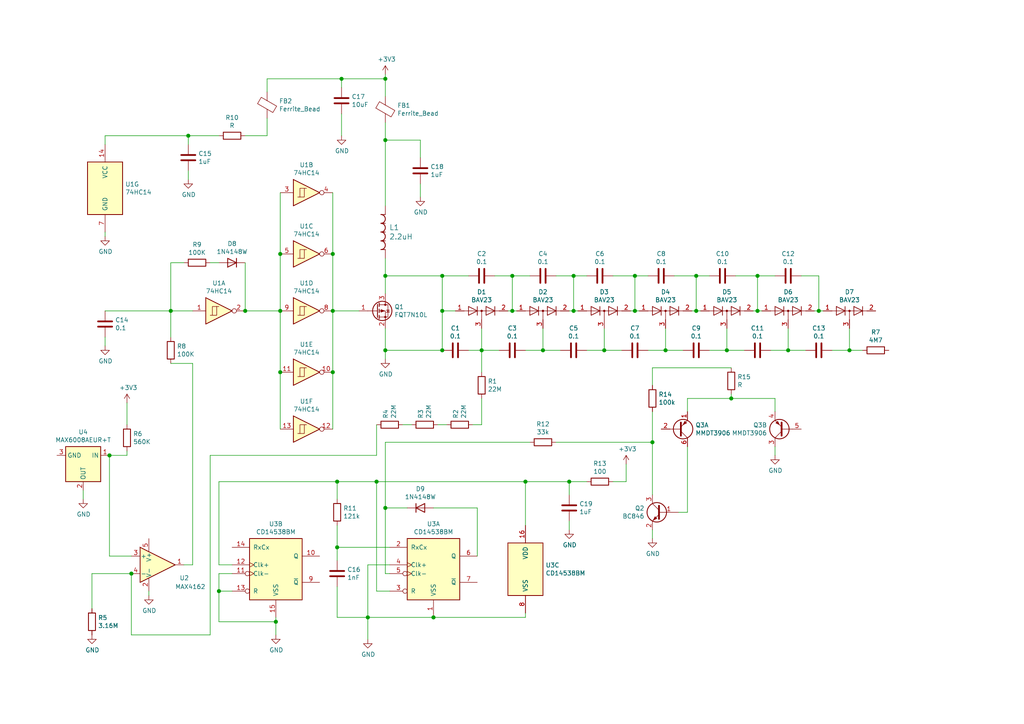
<source format=kicad_sch>
(kicad_sch (version 20201015) (generator eeschema)
  (paper "A4")
  (title_block (title "OpenRover") (date "2021-01-10") (rev "1") (company "SafeCast"))
  (lib_symbols
    (symbol "2021-01-06_02-33-04:NRS6020T2R2NMGJ" (pin_numbers hide) (pin_names (offset 1.651) hide)
      (property "Reference" "L" (at 6.985 5.08 0))
      (property "Value" "NRS6020T2R2NMGJ" (at 6.985 -5.715 0))
      (symbol "NRS6020T2R2NMGJ_1_1"
        (arc (start 5.08 1.27) (end 7.62 1.27) (radius (at 6.35 1.27) (length 1.27) (angles 0 180)) (stroke (width 0.254)))
        (arc (start 2.54 1.27) (end 5.08 1.27) (radius (at 3.81 1.27) (length 1.27) (angles 0 180)) (stroke (width 0.254)))
        (arc (start 7.62 1.27) (end 10.16 1.27) (radius (at 8.89 1.27) (length 1.27) (angles 0 180)) (stroke (width 0.254)))
        (arc (start 10.16 1.27) (end 12.7 1.27) (radius (at 11.43 1.27) (length 1.27) (angles 0 180)) (stroke (width 0.254)))
        (polyline (pts (xy 5.08 0) (xy 5.08 1.27)) (stroke (width 0.2032)))
        (polyline (pts (xy 7.62 0) (xy 7.62 1.27)) (stroke (width 0.2032)))
        (polyline (pts (xy 12.7 0) (xy 12.7 1.27)) (stroke (width 0.2032)))
        (polyline (pts (xy 2.54 0) (xy 2.54 1.27)) (stroke (width 0.2032)))
        (polyline (pts (xy 10.16 0) (xy 10.16 1.27)) (stroke (width 0.2032)))
        (pin unspecified line (at 0 0 0) (length 2.54) (name "2") (number "2"))
        (pin unspecified line (at 15.24 0 180) (length 2.54) (name "1") (number "1"))
      )
    )
    (symbol "4xxx:4538" (pin_names (offset 1.016))
      (property "Reference" "U" (at -7.62 8.89 0))
      (property "Value" "4538" (at -7.62 -11.43 0))
      (symbol "4538_1_0"
        (pin power_in line (at 0 -15.24 90) (length 5.08) (name "VSS") (number "1"))
        (pin input line (at -12.7 5.08 0) (length 5.08) (name "RxCx") (number "2"))
        (pin input inverted (at -12.7 -7.62 0) (length 5.08) (name "R") (number "3"))
        (pin input clock (at -12.7 0 0) (length 5.08) (name "Clk+") (number "4"))
        (pin input inverted_clock (at -12.7 -2.54 0) (length 5.08) (name "Clk-") (number "5"))
        (pin output line (at 12.7 2.54 180) (length 5.08) (name "Q") (number "6"))
        (pin output line (at 12.7 -5.08 180) (length 5.08) (name "~Q") (number "7"))
      )
      (symbol "4538_1_1"
        (rectangle (start -7.62 7.62) (end 7.62 -10.16) (stroke (width 0.254)) (fill (type background)))
      )
      (symbol "4538_2_0"
        (pin output line (at 12.7 2.54 180) (length 5.08) (name "Q") (number "10"))
        (pin input inverted_clock (at -12.7 -2.54 0) (length 5.08) (name "Clk-") (number "11"))
        (pin input clock (at -12.7 0 0) (length 5.08) (name "Clk+") (number "12"))
        (pin input inverted (at -12.7 -7.62 0) (length 5.08) (name "R") (number "13"))
        (pin input line (at -12.7 5.08 0) (length 5.08) (name "RxCx") (number "14"))
        (pin power_in line (at 0 -15.24 90) (length 5.08) (name "VSS") (number "15"))
        (pin output line (at 12.7 -5.08 180) (length 5.08) (name "~Q") (number "9"))
      )
      (symbol "4538_2_1"
        (rectangle (start -7.62 7.62) (end 7.62 -10.16) (stroke (width 0.254)) (fill (type background)))
      )
      (symbol "4538_3_0"
        (pin power_in line (at 0 12.7 270) (length 5.08) (name "VDD") (number "16"))
        (pin power_in line (at 0 -12.7 90) (length 5.08) (name "VSS") (number "8"))
      )
      (symbol "4538_3_1"
        (rectangle (start -5.08 7.62) (end 5.08 -7.62) (stroke (width 0.254)) (fill (type background)))
      )
    )
    (symbol "74xx:74HC14" (pin_names (offset 1.016))
      (property "Reference" "U" (at 0 1.27 0))
      (property "Value" "74HC14" (at 0 -1.27 0))
      (symbol "74HC14_1_0"
        (polyline (pts (xy -3.81 3.81) (xy -3.81 -3.81) (xy 3.81 0) (xy -3.81 3.81)) (stroke (width 0.254)) (fill (type background)))
        (pin input line (at -7.62 0 0) (length 3.81) (name "~") (number "1"))
        (pin output inverted (at 7.62 0 180) (length 3.81) (name "~") (number "2"))
      )
      (symbol "74HC14_1_1"
        (polyline (pts (xy -1.905 -1.27) (xy -1.905 1.27) (xy -0.635 1.27)))
        (polyline (pts (xy -2.54 -1.27) (xy -0.635 -1.27) (xy -0.635 1.27) (xy 0 1.27)))
      )
      (symbol "74HC14_2_0"
        (polyline (pts (xy -3.81 3.81) (xy -3.81 -3.81) (xy 3.81 0) (xy -3.81 3.81)) (stroke (width 0.254)) (fill (type background)))
        (pin input line (at -7.62 0 0) (length 3.81) (name "~") (number "3"))
        (pin output inverted (at 7.62 0 180) (length 3.81) (name "~") (number "4"))
      )
      (symbol "74HC14_2_1"
        (polyline (pts (xy -1.905 -1.27) (xy -1.905 1.27) (xy -0.635 1.27)))
        (polyline (pts (xy -2.54 -1.27) (xy -0.635 -1.27) (xy -0.635 1.27) (xy 0 1.27)))
      )
      (symbol "74HC14_3_0"
        (polyline (pts (xy -3.81 3.81) (xy -3.81 -3.81) (xy 3.81 0) (xy -3.81 3.81)) (stroke (width 0.254)) (fill (type background)))
        (pin input line (at -7.62 0 0) (length 3.81) (name "~") (number "5"))
        (pin output inverted (at 7.62 0 180) (length 3.81) (name "~") (number "6"))
      )
      (symbol "74HC14_3_1"
        (polyline (pts (xy -1.905 -1.27) (xy -1.905 1.27) (xy -0.635 1.27)))
        (polyline (pts (xy -2.54 -1.27) (xy -0.635 -1.27) (xy -0.635 1.27) (xy 0 1.27)))
      )
      (symbol "74HC14_4_0"
        (polyline (pts (xy -3.81 3.81) (xy -3.81 -3.81) (xy 3.81 0) (xy -3.81 3.81)) (stroke (width 0.254)) (fill (type background)))
        (pin output inverted (at 7.62 0 180) (length 3.81) (name "~") (number "8"))
        (pin input line (at -7.62 0 0) (length 3.81) (name "~") (number "9"))
      )
      (symbol "74HC14_4_1"
        (polyline (pts (xy -1.905 -1.27) (xy -1.905 1.27) (xy -0.635 1.27)))
        (polyline (pts (xy -2.54 -1.27) (xy -0.635 -1.27) (xy -0.635 1.27) (xy 0 1.27)))
      )
      (symbol "74HC14_5_0"
        (polyline (pts (xy -3.81 3.81) (xy -3.81 -3.81) (xy 3.81 0) (xy -3.81 3.81)) (stroke (width 0.254)) (fill (type background)))
        (pin output inverted (at 7.62 0 180) (length 3.81) (name "~") (number "10"))
        (pin input line (at -7.62 0 0) (length 3.81) (name "~") (number "11"))
      )
      (symbol "74HC14_5_1"
        (polyline (pts (xy -1.905 -1.27) (xy -1.905 1.27) (xy -0.635 1.27)))
        (polyline (pts (xy -2.54 -1.27) (xy -0.635 -1.27) (xy -0.635 1.27) (xy 0 1.27)))
      )
      (symbol "74HC14_6_0"
        (polyline (pts (xy -3.81 3.81) (xy -3.81 -3.81) (xy 3.81 0) (xy -3.81 3.81)) (stroke (width 0.254)) (fill (type background)))
        (pin output inverted (at 7.62 0 180) (length 3.81) (name "~") (number "12"))
        (pin input line (at -7.62 0 0) (length 3.81) (name "~") (number "13"))
      )
      (symbol "74HC14_6_1"
        (polyline (pts (xy -1.905 -1.27) (xy -1.905 1.27) (xy -0.635 1.27)))
        (polyline (pts (xy -2.54 -1.27) (xy -0.635 -1.27) (xy -0.635 1.27) (xy 0 1.27)))
      )
      (symbol "74HC14_7_0"
        (pin power_in line (at 0 12.7 270) (length 5.08) (name "VCC") (number "14"))
        (pin power_in line (at 0 -12.7 90) (length 5.08) (name "GND") (number "7"))
      )
      (symbol "74HC14_7_1"
        (rectangle (start -5.08 7.62) (end 5.08 -7.62) (stroke (width 0.254)) (fill (type background)))
      )
    )
    (symbol "Amplifier_Operational:TLV2371DBV" (pin_names (offset 0.127))
      (property "Reference" "U" (at -1.27 6.35 0))
      (property "Value" "TLV2371DBV" (at -1.27 3.81 0))
      (symbol "TLV2371DBV_0_1"
        (polyline (pts (xy -5.08 5.08) (xy 5.08 0) (xy -5.08 -5.08) (xy -5.08 5.08)) (stroke (width 0.254)) (fill (type background)))
        (pin power_in line (at -2.54 -7.62 90) (length 3.81) (name "V-") (number "2"))
        (pin power_in line (at -2.54 7.62 270) (length 3.81) (name "V+") (number "5"))
      )
      (symbol "TLV2371DBV_1_1"
        (pin output line (at 7.62 0 180) (length 2.54) (name "~") (number "1"))
        (pin input line (at -7.62 2.54 0) (length 2.54) (name "+") (number "3"))
        (pin input line (at -7.62 -2.54 0) (length 2.54) (name "-") (number "4"))
      )
    )
    (symbol "Device:C" (pin_numbers hide) (pin_names (offset 0.254))
      (property "Reference" "C" (at 0.635 2.54 0))
      (property "Value" "C" (at 0.635 -2.54 0))
      (symbol "C_0_1"
        (polyline (pts (xy -2.032 -0.762) (xy 2.032 -0.762)) (stroke (width 0.508)))
        (polyline (pts (xy -2.032 0.762) (xy 2.032 0.762)) (stroke (width 0.508)))
      )
      (symbol "C_1_1"
        (pin passive line (at 0 3.81 270) (length 2.794) (name "~") (number "1"))
        (pin passive line (at 0 -3.81 90) (length 2.794) (name "~") (number "2"))
      )
    )
    (symbol "Device:Ferrite_Bead" (pin_numbers hide) (pin_names (offset 0))
      (property "Reference" "FB" (at -3.81 0.635 90))
      (property "Value" "Ferrite_Bead" (at 3.81 0 90))
      (symbol "Ferrite_Bead_0_1"
        (polyline (pts (xy 0 -1.27) (xy 0 -1.2192)))
        (polyline (pts (xy 0 1.27) (xy 0 1.2954)))
        (polyline (pts (xy -2.7686 0.4064) (xy -1.7018 2.2606) (xy 2.7686 -0.3048) (xy 1.6764 -2.159) (xy -2.7686 0.4064)))
      )
      (symbol "Ferrite_Bead_1_1"
        (pin passive line (at 0 3.81 270) (length 2.54) (name "~") (number "1"))
        (pin passive line (at 0 -3.81 90) (length 2.54) (name "~") (number "2"))
      )
    )
    (symbol "Device:R" (pin_numbers hide) (pin_names (offset 0))
      (property "Reference" "R" (at 2.032 0 90))
      (property "Value" "R" (at 0 0 90))
      (symbol "R_0_1"
        (rectangle (start -1.016 -2.54) (end 1.016 2.54) (stroke (width 0.254)))
      )
      (symbol "R_1_1"
        (pin passive line (at 0 3.81 270) (length 1.27) (name "~") (number "1"))
        (pin passive line (at 0 -3.81 90) (length 1.27) (name "~") (number "2"))
      )
    )
    (symbol "Diode:1N4148W" (pin_numbers hide) (pin_names (offset 1.016) hide)
      (property "Reference" "D" (at 0 2.54 0))
      (property "Value" "1N4148W" (at 0 -2.54 0))
      (symbol "1N4148W_0_1"
        (polyline (pts (xy -1.27 1.27) (xy -1.27 -1.27)) (stroke (width 0.254)))
        (polyline (pts (xy 1.27 0) (xy -1.27 0)))
        (polyline (pts (xy 1.27 1.27) (xy 1.27 -1.27) (xy -1.27 0) (xy 1.27 1.27)) (stroke (width 0.254)))
      )
      (symbol "1N4148W_1_1"
        (pin passive line (at -3.81 0 0) (length 2.54) (name "K") (number "1"))
        (pin passive line (at 3.81 0 180) (length 2.54) (name "A") (number "2"))
      )
    )
    (symbol "Diode:BAV99" (pin_names hide)
      (property "Reference" "D" (at 0 5.08 0))
      (property "Value" "BAV99" (at 0 2.54 0))
      (symbol "BAV99_0_1"
        (polyline (pts (xy -5.08 0) (xy 5.08 0)))
      )
      (symbol "BAV99_1_1"
        (circle (center 0 0) (radius 0.254) (fill (type outline)))
        (polyline (pts (xy 0 0) (xy 0 -2.54)))
        (polyline (pts (xy -1.27 -1.27) (xy -1.27 1.27) (xy -1.27 1.27)) (stroke (width 0.2032)))
        (polyline (pts (xy 3.81 1.27) (xy 3.81 -1.27) (xy 3.81 -1.27)) (stroke (width 0.2032)))
        (polyline (pts (xy -3.81 1.27) (xy -1.27 0) (xy -3.81 -1.27) (xy -3.81 1.27) (xy -3.81 1.27) (xy -3.81 1.27)) (stroke (width 0.2032)))
        (polyline (pts (xy 1.27 1.27) (xy 3.81 0) (xy 1.27 -1.27) (xy 1.27 1.27) (xy 1.27 1.27) (xy 1.27 1.27)) (stroke (width 0.2032)))
        (pin passive line (at -7.62 0 0) (length 2.54) (name "K") (number "1"))
        (pin passive line (at 7.62 0 180) (length 2.54) (name "A") (number "2"))
        (pin passive line (at 0 -5.08 90) (length 2.54) (name "K") (number "3"))
      )
    )
    (symbol "Reference_Voltage:MAX6035xxUR30"
      (property "Reference" "U" (at 0 6.35 0))
      (property "Value" "MAX6035xxUR30" (at 2.54 -6.35 0))
      (symbol "MAX6035xxUR30_0_1"
        (rectangle (start -5.08 5.08) (end 5.08 -5.08) (stroke (width 0.254)) (fill (type background)))
      )
      (symbol "MAX6035xxUR30_1_1"
        (pin power_in line (at -2.54 7.62 270) (length 2.54) (name "IN") (number "1"))
        (pin power_out line (at 7.62 0 180) (length 2.54) (name "OUT") (number "2"))
        (pin power_in line (at -2.54 -7.62 90) (length 2.54) (name "GND") (number "3"))
      )
    )
    (symbol "Transistor_BJT:BC846" (pin_names (offset 0) hide)
      (property "Reference" "Q" (at 5.08 1.905 0))
      (property "Value" "BC846" (at 5.08 0 0))
      (symbol "BC846_0_1"
        (circle (center 1.27 0) (radius 2.8194) (stroke (width 0.254)))
        (polyline (pts (xy 0.635 0.635) (xy 2.54 2.54)))
        (polyline (pts (xy 0.635 -0.635) (xy 2.54 -2.54) (xy 2.54 -2.54)))
        (polyline (pts (xy 0.635 1.905) (xy 0.635 -1.905) (xy 0.635 -1.905)) (stroke (width 0.508)))
        (polyline (pts (xy 1.27 -1.778) (xy 1.778 -1.27) (xy 2.286 -2.286) (xy 1.27 -1.778) (xy 1.27 -1.778)) (fill (type outline)))
      )
      (symbol "BC846_1_1"
        (pin input line (at -5.08 0 0) (length 5.715) (name "B") (number "1"))
        (pin passive line (at 2.54 -5.08 90) (length 2.54) (name "E") (number "2"))
        (pin passive line (at 2.54 5.08 270) (length 2.54) (name "C") (number "3"))
      )
    )
    (symbol "Transistor_BJT:MMDT3906" (pin_names (offset 0) hide)
      (property "Reference" "Q" (at 5.08 1.27 0))
      (property "Value" "MMDT3906" (at 5.08 -1.27 0))
      (symbol "MMDT3906_0_1"
        (circle (center 1.27 0) (radius 2.8194) (stroke (width 0.254)))
        (polyline (pts (xy 0.635 0) (xy -2.54 0)))
        (polyline (pts (xy 0.635 0.635) (xy 2.54 2.54)))
        (polyline (pts (xy 0.635 -0.635) (xy 2.54 -2.54) (xy 2.54 -2.54)))
        (polyline (pts (xy 0.635 1.905) (xy 0.635 -1.905) (xy 0.635 -1.905)) (stroke (width 0.508)))
        (polyline (pts (xy 2.286 -1.778) (xy 1.778 -2.286) (xy 1.27 -1.27) (xy 2.286 -1.778) (xy 2.286 -1.778)) (fill (type outline)))
      )
      (symbol "MMDT3906_1_1"
        (pin passive line (at 2.54 -5.08 90) (length 2.54) (name "E1") (number "1"))
        (pin input line (at -5.08 0 0) (length 2.54) (name "B1") (number "2"))
        (pin passive line (at 2.54 5.08 270) (length 2.54) (name "C1") (number "6"))
      )
      (symbol "MMDT3906_2_1"
        (pin passive line (at 2.54 5.08 270) (length 2.54) (name "C2") (number "3"))
        (pin passive line (at 2.54 -5.08 90) (length 2.54) (name "E2") (number "4"))
        (pin input line (at -5.08 0 0) (length 2.54) (name "B2") (number "5"))
      )
    )
    (symbol "Transistor_FET:IRLML6402" (pin_names hide)
      (property "Reference" "Q" (at 5.08 1.905 0))
      (property "Value" "IRLML6402" (at 5.08 0 0))
      (symbol "IRLML6402_0_1"
        (circle (center 1.651 0) (radius 2.794) (stroke (width 0.254)))
        (circle (center 2.54 -1.778) (radius 0.254) (fill (type outline)))
        (circle (center 2.54 1.778) (radius 0.254) (fill (type outline)))
        (polyline (pts (xy 0.254 0) (xy -2.54 0)))
        (polyline (pts (xy 0.254 1.905) (xy 0.254 -1.905)) (stroke (width 0.254)))
        (polyline (pts (xy 0.762 -1.27) (xy 0.762 -2.286)) (stroke (width 0.254)))
        (polyline (pts (xy 0.762 0.508) (xy 0.762 -0.508)) (stroke (width 0.254)))
        (polyline (pts (xy 0.762 2.286) (xy 0.762 1.27)) (stroke (width 0.254)))
        (polyline (pts (xy 2.54 2.54) (xy 2.54 1.778)))
        (polyline (pts (xy 2.54 -2.54) (xy 2.54 0) (xy 0.762 0)))
        (polyline (pts (xy 0.762 1.778) (xy 3.302 1.778) (xy 3.302 -1.778) (xy 0.762 -1.778)))
        (polyline (pts (xy 2.286 0) (xy 1.27 0.381) (xy 1.27 -0.381) (xy 2.286 0)) (fill (type outline)))
        (polyline (pts (xy 2.794 -0.508) (xy 2.921 -0.381) (xy 3.683 -0.381) (xy 3.81 -0.254)))
        (polyline (pts (xy 3.302 -0.381) (xy 2.921 0.254) (xy 3.683 0.254) (xy 3.302 -0.381)))
      )
      (symbol "IRLML6402_1_1"
        (pin input line (at -5.08 0 0) (length 2.54) (name "G") (number "1"))
        (pin passive line (at 2.54 -5.08 90) (length 2.54) (name "S") (number "2"))
        (pin passive line (at 2.54 5.08 270) (length 2.54) (name "D") (number "3"))
      )
    )
    (symbol "power:+3.3V" (power) (pin_names (offset 0))
      (property "Value" "+3.3V" (at 0 3.556 0))
      (symbol "+3.3V_0_1"
        (polyline (pts (xy -0.762 1.27) (xy 0 2.54)))
        (polyline (pts (xy 0 0) (xy 0 2.54)))
        (polyline (pts (xy 0 2.54) (xy 0.762 1.27)))
      )
      (symbol "+3.3V_1_1"
        (pin power_in line (at 0 0 90) (length 0) hide (name "+3V3") (number "1"))
      )
    )
    (symbol "power:GND" (power) (pin_names (offset 0))
      (property "Value" "GND" (at 0 -3.81 0))
      (symbol "GND_0_1"
        (polyline (pts (xy 0 0) (xy 0 -1.27) (xy 1.27 -1.27) (xy 0 -2.54) (xy -1.27 -1.27) (xy 0 -1.27)))
      )
      (symbol "GND_1_1"
        (pin power_in line (at 0 0 270) (length 0) hide (name "GND") (number "1"))
      )
    )
  )
  (junction (at 31.75 132.08) (diameter 1.016))
  (junction (at 38.1 166.37) (diameter 1.016))
  (junction (at 49.53 90.17) (diameter 1.016))
  (junction (at 54.61 39.37) (diameter 1.016))
  (junction (at 63.5 171.45) (diameter 1.016))
  (junction (at 71.12 90.17) (diameter 1.016))
  (junction (at 80.01 180.34) (diameter 1.016))
  (junction (at 81.28 73.66) (diameter 1.016))
  (junction (at 81.28 90.17) (diameter 1.016))
  (junction (at 81.28 107.95) (diameter 1.016))
  (junction (at 96.52 73.66) (diameter 1.016))
  (junction (at 96.52 90.17) (diameter 1.016))
  (junction (at 96.52 107.95) (diameter 1.016))
  (junction (at 97.79 139.7) (diameter 1.016))
  (junction (at 97.79 158.75) (diameter 1.016))
  (junction (at 99.06 22.86) (diameter 1.016))
  (junction (at 106.68 179.07) (diameter 1.016))
  (junction (at 109.22 139.7) (diameter 1.016))
  (junction (at 111.76 22.86) (diameter 1.016))
  (junction (at 111.76 40.64) (diameter 1.016))
  (junction (at 111.76 80.01) (diameter 1.016))
  (junction (at 111.76 101.6) (diameter 1.016))
  (junction (at 111.76 147.32) (diameter 1.016))
  (junction (at 125.73 179.07) (diameter 1.016))
  (junction (at 128.27 80.01) (diameter 1.016))
  (junction (at 128.27 90.17) (diameter 1.016))
  (junction (at 128.27 101.6) (diameter 1.016))
  (junction (at 139.7 101.6) (diameter 1.016))
  (junction (at 148.59 80.01) (diameter 1.016))
  (junction (at 148.59 90.17) (diameter 1.016))
  (junction (at 152.4 139.7) (diameter 1.016))
  (junction (at 157.48 101.6) (diameter 1.016))
  (junction (at 165.1 139.7) (diameter 1.016))
  (junction (at 166.37 80.01) (diameter 1.016))
  (junction (at 166.37 90.17) (diameter 1.016))
  (junction (at 175.26 101.6) (diameter 1.016))
  (junction (at 184.15 80.01) (diameter 1.016))
  (junction (at 184.15 90.17) (diameter 1.016))
  (junction (at 189.23 128.27) (diameter 1.016))
  (junction (at 193.04 101.6) (diameter 1.016))
  (junction (at 201.93 80.01) (diameter 1.016))
  (junction (at 201.93 90.17) (diameter 1.016))
  (junction (at 210.82 101.6) (diameter 1.016))
  (junction (at 212.09 115.57) (diameter 1.016))
  (junction (at 219.71 80.01) (diameter 1.016))
  (junction (at 219.71 90.17) (diameter 1.016))
  (junction (at 228.6 101.6) (diameter 1.016))
  (junction (at 237.49 90.17) (diameter 1.016))
  (junction (at 246.38 101.6) (diameter 1.016))
  (wire (pts (xy 24.13 144.78) (xy 24.13 142.24)))
  (wire (pts (xy 26.67 166.37) (xy 26.67 176.53)))
  (wire (pts (xy 30.48 39.37) (xy 30.48 41.91)))
  (wire (pts (xy 30.48 67.31) (xy 30.48 68.58)))
  (wire (pts (xy 30.48 90.17) (xy 49.53 90.17)))
  (wire (pts (xy 30.48 97.79) (xy 30.48 100.33)))
  (wire (pts (xy 31.75 132.08) (xy 31.75 161.29)))
  (wire (pts (xy 36.83 116.84) (xy 36.83 123.19)))
  (wire (pts (xy 36.83 130.81) (xy 36.83 132.08)))
  (wire (pts (xy 36.83 132.08) (xy 31.75 132.08)))
  (wire (pts (xy 38.1 161.29) (xy 31.75 161.29)))
  (wire (pts (xy 38.1 166.37) (xy 26.67 166.37)))
  (wire (pts (xy 38.1 184.15) (xy 38.1 166.37)))
  (wire (pts (xy 43.18 172.72) (xy 43.18 171.45)))
  (wire (pts (xy 49.53 76.2) (xy 49.53 90.17)))
  (wire (pts (xy 49.53 76.2) (xy 53.34 76.2)))
  (wire (pts (xy 49.53 90.17) (xy 49.53 97.79)))
  (wire (pts (xy 49.53 90.17) (xy 55.88 90.17)))
  (wire (pts (xy 53.34 163.83) (xy 55.88 163.83)))
  (wire (pts (xy 54.61 39.37) (xy 30.48 39.37)))
  (wire (pts (xy 54.61 41.91) (xy 54.61 39.37)))
  (wire (pts (xy 54.61 52.07) (xy 54.61 49.53)))
  (wire (pts (xy 55.88 105.41) (xy 49.53 105.41)))
  (wire (pts (xy 55.88 163.83) (xy 55.88 105.41)))
  (wire (pts (xy 60.96 76.2) (xy 63.5 76.2)))
  (wire (pts (xy 60.96 132.08) (xy 60.96 184.15)))
  (wire (pts (xy 60.96 132.08) (xy 109.22 132.08)))
  (wire (pts (xy 60.96 184.15) (xy 38.1 184.15)))
  (wire (pts (xy 63.5 39.37) (xy 54.61 39.37)))
  (wire (pts (xy 63.5 139.7) (xy 63.5 163.83)))
  (wire (pts (xy 63.5 163.83) (xy 67.31 163.83)))
  (wire (pts (xy 63.5 166.37) (xy 63.5 171.45)))
  (wire (pts (xy 63.5 171.45) (xy 63.5 180.34)))
  (wire (pts (xy 63.5 180.34) (xy 80.01 180.34)))
  (wire (pts (xy 67.31 166.37) (xy 63.5 166.37)))
  (wire (pts (xy 67.31 171.45) (xy 63.5 171.45)))
  (wire (pts (xy 71.12 39.37) (xy 77.47 39.37)))
  (wire (pts (xy 71.12 76.2) (xy 71.12 90.17)))
  (wire (pts (xy 71.12 90.17) (xy 81.28 90.17)))
  (wire (pts (xy 77.47 22.86) (xy 99.06 22.86)))
  (wire (pts (xy 77.47 26.67) (xy 77.47 22.86)))
  (wire (pts (xy 77.47 39.37) (xy 77.47 34.29)))
  (wire (pts (xy 80.01 180.34) (xy 80.01 179.07)))
  (wire (pts (xy 80.01 184.15) (xy 80.01 180.34)))
  (wire (pts (xy 81.28 55.88) (xy 81.28 73.66)))
  (wire (pts (xy 81.28 73.66) (xy 81.28 90.17)))
  (wire (pts (xy 81.28 90.17) (xy 81.28 107.95)))
  (wire (pts (xy 81.28 107.95) (xy 81.28 124.46)))
  (wire (pts (xy 96.52 55.88) (xy 96.52 73.66)))
  (wire (pts (xy 96.52 73.66) (xy 96.52 90.17)))
  (wire (pts (xy 96.52 90.17) (xy 96.52 107.95)))
  (wire (pts (xy 96.52 90.17) (xy 104.14 90.17)))
  (wire (pts (xy 96.52 107.95) (xy 96.52 124.46)))
  (wire (pts (xy 97.79 139.7) (xy 63.5 139.7)))
  (wire (pts (xy 97.79 144.78) (xy 97.79 139.7)))
  (wire (pts (xy 97.79 152.4) (xy 97.79 158.75)))
  (wire (pts (xy 97.79 158.75) (xy 97.79 162.56)))
  (wire (pts (xy 97.79 170.18) (xy 97.79 179.07)))
  (wire (pts (xy 97.79 179.07) (xy 106.68 179.07)))
  (wire (pts (xy 99.06 22.86) (xy 111.76 22.86)))
  (wire (pts (xy 99.06 25.4) (xy 99.06 22.86)))
  (wire (pts (xy 99.06 33.02) (xy 99.06 39.37)))
  (wire (pts (xy 106.68 163.83) (xy 106.68 179.07)))
  (wire (pts (xy 106.68 179.07) (xy 106.68 185.42)))
  (wire (pts (xy 106.68 179.07) (xy 125.73 179.07)))
  (wire (pts (xy 109.22 132.08) (xy 109.22 123.19)))
  (wire (pts (xy 109.22 139.7) (xy 97.79 139.7)))
  (wire (pts (xy 109.22 139.7) (xy 152.4 139.7)))
  (wire (pts (xy 109.22 171.45) (xy 109.22 139.7)))
  (wire (pts (xy 111.76 22.86) (xy 111.76 21.59)))
  (wire (pts (xy 111.76 27.94) (xy 111.76 22.86)))
  (wire (pts (xy 111.76 35.56) (xy 111.76 40.64)))
  (wire (pts (xy 111.76 40.64) (xy 111.76 59.69)))
  (wire (pts (xy 111.76 74.93) (xy 111.76 80.01)))
  (wire (pts (xy 111.76 80.01) (xy 128.27 80.01)))
  (wire (pts (xy 111.76 85.09) (xy 111.76 80.01)))
  (wire (pts (xy 111.76 95.25) (xy 111.76 101.6)))
  (wire (pts (xy 111.76 101.6) (xy 128.27 101.6)))
  (wire (pts (xy 111.76 104.14) (xy 111.76 101.6)))
  (wire (pts (xy 111.76 128.27) (xy 153.67 128.27)))
  (wire (pts (xy 111.76 147.32) (xy 111.76 128.27)))
  (wire (pts (xy 111.76 147.32) (xy 118.11 147.32)))
  (wire (pts (xy 111.76 166.37) (xy 111.76 147.32)))
  (wire (pts (xy 113.03 158.75) (xy 97.79 158.75)))
  (wire (pts (xy 113.03 163.83) (xy 106.68 163.83)))
  (wire (pts (xy 113.03 166.37) (xy 111.76 166.37)))
  (wire (pts (xy 113.03 171.45) (xy 109.22 171.45)))
  (wire (pts (xy 116.84 123.19) (xy 119.38 123.19)))
  (wire (pts (xy 121.92 40.64) (xy 111.76 40.64)))
  (wire (pts (xy 121.92 45.72) (xy 121.92 40.64)))
  (wire (pts (xy 121.92 57.15) (xy 121.92 53.34)))
  (wire (pts (xy 125.73 147.32) (xy 138.43 147.32)))
  (wire (pts (xy 125.73 179.07) (xy 152.4 179.07)))
  (wire (pts (xy 127 123.19) (xy 129.54 123.19)))
  (wire (pts (xy 128.27 80.01) (xy 128.27 90.17)))
  (wire (pts (xy 128.27 90.17) (xy 128.27 101.6)))
  (wire (pts (xy 132.08 90.17) (xy 128.27 90.17)))
  (wire (pts (xy 135.89 80.01) (xy 128.27 80.01)))
  (wire (pts (xy 135.89 101.6) (xy 139.7 101.6)))
  (wire (pts (xy 137.16 123.19) (xy 139.7 123.19)))
  (wire (pts (xy 138.43 147.32) (xy 138.43 161.29)))
  (wire (pts (xy 139.7 95.25) (xy 139.7 101.6)))
  (wire (pts (xy 139.7 101.6) (xy 144.78 101.6)))
  (wire (pts (xy 139.7 107.95) (xy 139.7 101.6)))
  (wire (pts (xy 139.7 115.57) (xy 139.7 123.19)))
  (wire (pts (xy 147.32 90.17) (xy 148.59 90.17)))
  (wire (pts (xy 148.59 80.01) (xy 143.51 80.01)))
  (wire (pts (xy 148.59 90.17) (xy 148.59 80.01)))
  (wire (pts (xy 148.59 90.17) (xy 149.86 90.17)))
  (wire (pts (xy 152.4 101.6) (xy 157.48 101.6)))
  (wire (pts (xy 152.4 139.7) (xy 165.1 139.7)))
  (wire (pts (xy 152.4 152.4) (xy 152.4 139.7)))
  (wire (pts (xy 152.4 179.07) (xy 152.4 177.8)))
  (wire (pts (xy 153.67 80.01) (xy 148.59 80.01)))
  (wire (pts (xy 157.48 95.25) (xy 157.48 101.6)))
  (wire (pts (xy 157.48 101.6) (xy 162.56 101.6)))
  (wire (pts (xy 161.29 80.01) (xy 166.37 80.01)))
  (wire (pts (xy 161.29 128.27) (xy 189.23 128.27)))
  (wire (pts (xy 165.1 90.17) (xy 166.37 90.17)))
  (wire (pts (xy 165.1 139.7) (xy 170.18 139.7)))
  (wire (pts (xy 165.1 143.51) (xy 165.1 139.7)))
  (wire (pts (xy 165.1 151.13) (xy 165.1 153.67)))
  (wire (pts (xy 166.37 80.01) (xy 170.18 80.01)))
  (wire (pts (xy 166.37 90.17) (xy 166.37 80.01)))
  (wire (pts (xy 166.37 90.17) (xy 167.64 90.17)))
  (wire (pts (xy 170.18 101.6) (xy 175.26 101.6)))
  (wire (pts (xy 175.26 95.25) (xy 175.26 101.6)))
  (wire (pts (xy 175.26 101.6) (xy 180.34 101.6)))
  (wire (pts (xy 177.8 80.01) (xy 184.15 80.01)))
  (wire (pts (xy 177.8 139.7) (xy 181.61 139.7)))
  (wire (pts (xy 181.61 139.7) (xy 181.61 134.62)))
  (wire (pts (xy 182.88 90.17) (xy 184.15 90.17)))
  (wire (pts (xy 184.15 80.01) (xy 187.96 80.01)))
  (wire (pts (xy 184.15 90.17) (xy 184.15 80.01)))
  (wire (pts (xy 184.15 90.17) (xy 185.42 90.17)))
  (wire (pts (xy 187.96 101.6) (xy 193.04 101.6)))
  (wire (pts (xy 189.23 106.68) (xy 212.09 106.68)))
  (wire (pts (xy 189.23 111.76) (xy 189.23 106.68)))
  (wire (pts (xy 189.23 119.38) (xy 189.23 128.27)))
  (wire (pts (xy 189.23 128.27) (xy 189.23 143.51)))
  (wire (pts (xy 189.23 156.21) (xy 189.23 153.67)))
  (wire (pts (xy 193.04 95.25) (xy 193.04 101.6)))
  (wire (pts (xy 193.04 101.6) (xy 198.12 101.6)))
  (wire (pts (xy 195.58 80.01) (xy 201.93 80.01)))
  (wire (pts (xy 199.39 115.57) (xy 212.09 115.57)))
  (wire (pts (xy 199.39 119.38) (xy 199.39 115.57)))
  (wire (pts (xy 199.39 129.54) (xy 199.39 148.59)))
  (wire (pts (xy 199.39 148.59) (xy 196.85 148.59)))
  (wire (pts (xy 200.66 90.17) (xy 201.93 90.17)))
  (wire (pts (xy 201.93 80.01) (xy 205.74 80.01)))
  (wire (pts (xy 201.93 90.17) (xy 201.93 80.01)))
  (wire (pts (xy 201.93 90.17) (xy 203.2 90.17)))
  (wire (pts (xy 205.74 101.6) (xy 210.82 101.6)))
  (wire (pts (xy 210.82 95.25) (xy 210.82 101.6)))
  (wire (pts (xy 210.82 101.6) (xy 215.9 101.6)))
  (wire (pts (xy 212.09 114.3) (xy 212.09 115.57)))
  (wire (pts (xy 212.09 115.57) (xy 224.79 115.57)))
  (wire (pts (xy 213.36 80.01) (xy 219.71 80.01)))
  (wire (pts (xy 218.44 90.17) (xy 219.71 90.17)))
  (wire (pts (xy 219.71 80.01) (xy 224.79 80.01)))
  (wire (pts (xy 219.71 90.17) (xy 219.71 80.01)))
  (wire (pts (xy 219.71 90.17) (xy 220.98 90.17)))
  (wire (pts (xy 223.52 101.6) (xy 228.6 101.6)))
  (wire (pts (xy 224.79 115.57) (xy 224.79 119.38)))
  (wire (pts (xy 224.79 132.08) (xy 224.79 129.54)))
  (wire (pts (xy 228.6 95.25) (xy 228.6 101.6)))
  (wire (pts (xy 228.6 101.6) (xy 233.68 101.6)))
  (wire (pts (xy 232.41 80.01) (xy 237.49 80.01)))
  (wire (pts (xy 236.22 90.17) (xy 237.49 90.17)))
  (wire (pts (xy 237.49 90.17) (xy 237.49 80.01)))
  (wire (pts (xy 237.49 90.17) (xy 238.76 90.17)))
  (wire (pts (xy 241.3 101.6) (xy 246.38 101.6)))
  (wire (pts (xy 246.38 101.6) (xy 246.38 95.25)))
  (wire (pts (xy 246.38 101.6) (xy 250.19 101.6)))
  (symbol (lib_id "power:+3.3V") (at 36.83 116.84 0) (unit 1)
    (property "Reference" "#PWR0105" (effects hide))
    (property "Value" "+3.3V" (at 37.211 112.4458 0))
  )
  (symbol (lib_id "power:+3.3V") (at 111.76 21.59 0) (unit 1)
    (property "Reference" "#PWR0109" (effects hide))
    (property "Value" "+3.3V" (at 112.141 17.1958 0))
  )
  (symbol (lib_id "power:+3.3V") (at 181.61 134.62 0) (unit 1)
    (property "Reference" "#PWR0114" (effects hide))
    (property "Value" "+3.3V" (at 181.991 130.2258 0))
  )
  (symbol (lib_id "power:GND") (at 24.13 144.78 0) (unit 1)
    (property "Reference" "#PWR0106" (effects hide))
    (property "Value" "GND" (at 24.257 149.1742 0))
  )
  (symbol (lib_id "power:GND") (at 26.67 184.15 0) (unit 1)
    (property "Reference" "#PWR0107" (effects hide))
    (property "Value" "GND" (at 26.797 188.5442 0))
  )
  (symbol (lib_id "power:GND") (at 30.48 68.58 0) (unit 1)
    (property "Reference" "#PWR0102" (effects hide))
    (property "Value" "GND" (at 30.607 72.9742 0))
  )
  (symbol (lib_id "power:GND") (at 30.48 100.33 0) (unit 1)
    (property "Reference" "#PWR0103" (effects hide))
    (property "Value" "GND" (at 30.607 104.7242 0))
  )
  (symbol (lib_id "power:GND") (at 43.18 172.72 0) (unit 1)
    (property "Reference" "#PWR0104" (effects hide))
    (property "Value" "GND" (at 43.307 177.1142 0))
  )
  (symbol (lib_id "power:GND") (at 54.61 52.07 0) (unit 1)
    (property "Reference" "#PWR0101" (effects hide))
    (property "Value" "GND" (at 54.737 56.4642 0))
  )
  (symbol (lib_id "power:GND") (at 80.01 184.15 0) (unit 1)
    (property "Reference" "#PWR0112" (effects hide))
    (property "Value" "GND" (at 80.137 188.5442 0))
  )
  (symbol (lib_id "power:GND") (at 99.06 39.37 0) (unit 1)
    (property "Reference" "#PWR0110" (effects hide))
    (property "Value" "GND" (at 99.187 43.7642 0))
  )
  (symbol (lib_id "power:GND") (at 106.68 185.42 0) (unit 1)
    (property "Reference" "#PWR0113" (effects hide))
    (property "Value" "GND" (at 106.807 189.8142 0))
  )
  (symbol (lib_id "power:GND") (at 111.76 104.14 0) (unit 1)
    (property "Reference" "#PWR0111" (effects hide))
    (property "Value" "GND" (at 111.887 108.5342 0))
  )
  (symbol (lib_id "power:GND") (at 121.92 57.15 0) (unit 1)
    (property "Reference" "#PWR0108" (effects hide))
    (property "Value" "GND" (at 122.047 61.5442 0))
  )
  (symbol (lib_id "power:GND") (at 165.1 153.67 0) (unit 1)
    (property "Reference" "#PWR0116" (effects hide))
    (property "Value" "GND" (at 165.227 158.0642 0))
  )
  (symbol (lib_id "power:GND") (at 189.23 156.21 0) (unit 1)
    (property "Reference" "#PWR0117" (effects hide))
    (property "Value" "GND" (at 189.357 160.6042 0))
  )
  (symbol (lib_id "power:GND") (at 224.79 132.08 0) (unit 1)
    (property "Reference" "#PWR0115" (effects hide))
    (property "Value" "GND" (at 224.917 136.4742 0))
  )
  (symbol (lib_id "Device:R") (at 26.67 180.34 0) (unit 1)
    (property "Reference" "R5" (at 28.448 179.1716 0) (effects (justify left)))
    (property "Value" "3.16M" (at 28.448 181.483 0) (effects (justify left)))
  )
  (symbol (lib_id "Device:R") (at 36.83 127 0) (unit 1)
    (property "Reference" "R6" (at 38.608 125.8316 0) (effects (justify left)))
    (property "Value" "560K" (at 38.608 128.143 0) (effects (justify left)))
  )
  (symbol (lib_id "Device:R") (at 49.53 101.6 0) (unit 1)
    (property "Reference" "R8" (at 51.308 100.4316 0) (effects (justify left)))
    (property "Value" "100K" (at 51.308 102.743 0) (effects (justify left)))
  )
  (symbol (lib_id "Device:R") (at 57.15 76.2 90) (unit 1)
    (property "Reference" "R9" (at 57.15 70.9422 90))
    (property "Value" "100K" (at 57.15 73.2536 90))
  )
  (symbol (lib_id "Device:R") (at 67.31 39.37 90) (unit 1)
    (property "Reference" "R10" (at 67.31 34.1122 90))
    (property "Value" "R" (at 67.31 36.4236 90))
  )
  (symbol (lib_id "Device:R") (at 97.79 148.59 0) (unit 1)
    (property "Reference" "R11" (at 99.568 147.4216 0) (effects (justify left)))
    (property "Value" "121k" (at 99.568 149.733 0) (effects (justify left)))
  )
  (symbol (lib_id "Device:R") (at 113.03 123.19 90) (unit 1)
    (property "Reference" "R4" (at 111.8616 121.412 0) (effects (justify left)))
    (property "Value" "22M" (at 114.173 121.412 0) (effects (justify left)))
  )
  (symbol (lib_id "Device:R") (at 123.19 123.19 90) (unit 1)
    (property "Reference" "R3" (at 122.0216 121.412 0) (effects (justify left)))
    (property "Value" "22M" (at 124.333 121.412 0) (effects (justify left)))
  )
  (symbol (lib_id "Device:R") (at 133.35 123.19 90) (unit 1)
    (property "Reference" "R2" (at 132.1816 121.412 0) (effects (justify left)))
    (property "Value" "22M" (at 134.493 121.412 0) (effects (justify left)))
  )
  (symbol (lib_id "Device:R") (at 139.7 111.76 0) (unit 1)
    (property "Reference" "R1" (at 141.478 110.5916 0) (effects (justify left)))
    (property "Value" "22M" (at 141.478 112.903 0) (effects (justify left)))
  )
  (symbol (lib_id "Device:R") (at 157.48 128.27 90) (unit 1)
    (property "Reference" "R12" (at 157.48 123.0122 90))
    (property "Value" "33k" (at 157.48 125.3236 90))
  )
  (symbol (lib_id "Device:R") (at 173.99 139.7 270) (unit 1)
    (property "Reference" "R13" (at 173.99 134.4422 90))
    (property "Value" "100" (at 173.99 136.7536 90))
  )
  (symbol (lib_id "Device:R") (at 189.23 115.57 0) (unit 1)
    (property "Reference" "R14" (at 191.008 114.4016 0) (effects (justify left)))
    (property "Value" "100k" (at 191.008 116.713 0) (effects (justify left)))
  )
  (symbol (lib_id "Device:R") (at 212.09 110.49 0) (unit 1)
    (property "Reference" "R15" (at 213.868 109.3216 0) (effects (justify left)))
    (property "Value" "R" (at 213.868 111.633 0) (effects (justify left)))
  )
  (symbol (lib_id "Device:R") (at 254 101.6 90) (unit 1)
    (property "Reference" "R7" (at 254 96.3422 90))
    (property "Value" "4M7" (at 254 98.6536 90))
  )
  (symbol (lib_id "Diode:1N4148W") (at 67.31 76.2 180) (unit 1)
    (property "Reference" "D8" (at 67.31 70.6882 0))
    (property "Value" "1N4148W" (at 67.31 72.9996 0))
    (property "Footprint" "Diode_SMD:D_SOD-123" (effects hide))
    (property "Datasheet" "https://www.vishay.com/docs/85748/1n4148w.pdf" (effects hide))
  )
  (symbol (lib_id "Diode:1N4148W") (at 121.92 147.32 0) (unit 1)
    (property "Reference" "D9" (at 121.92 141.8082 0))
    (property "Value" "1N4148W" (at 121.92 144.1196 0))
    (property "Footprint" "Diode_SMD:D_SOD-123" (effects hide))
    (property "Datasheet" "https://www.vishay.com/docs/85748/1n4148w.pdf" (effects hide))
  )
  (symbol (lib_id "2021-01-06_02-33-04:NRS6020T2R2NMGJ") (at 111.76 74.93 90) (unit 1)
    (property "Reference" "L1" (at 112.8776 65.9638 90) (effects (font (size 1.524 1.524)) (justify right)))
    (property "Value" "2.2uH" (at 112.8776 68.6562 90) (effects (font (size 1.524 1.524)) (justify right)))
    (property "Footprint" "IND_TAIYO_NRS6020_TAY" (effects hide))
  )
  (symbol (lib_id "Device:C") (at 30.48 93.98 0) (unit 1)
    (property "Reference" "C14" (at 33.401 92.8116 0) (effects (justify left)))
    (property "Value" "0.1" (at 33.401 95.123 0) (effects (justify left)))
  )
  (symbol (lib_id "Device:C") (at 54.61 45.72 0) (unit 1)
    (property "Reference" "C15" (at 57.531 44.5516 0) (effects (justify left)))
    (property "Value" "1uF" (at 57.531 46.863 0) (effects (justify left)))
  )
  (symbol (lib_id "Device:C") (at 97.79 166.37 0) (unit 1)
    (property "Reference" "C16" (at 100.711 165.2016 0) (effects (justify left)))
    (property "Value" "1nF" (at 100.711 167.513 0) (effects (justify left)))
  )
  (symbol (lib_id "Device:C") (at 99.06 29.21 0) (unit 1)
    (property "Reference" "C17" (at 101.981 28.0416 0) (effects (justify left)))
    (property "Value" "10uF" (at 101.981 30.353 0) (effects (justify left)))
  )
  (symbol (lib_id "Device:C") (at 121.92 49.53 0) (unit 1)
    (property "Reference" "C18" (at 124.841 48.3616 0) (effects (justify left)))
    (property "Value" "1uF" (at 124.841 50.673 0) (effects (justify left)))
  )
  (symbol (lib_id "Device:C") (at 132.08 101.6 90) (unit 1)
    (property "Reference" "C1" (at 132.08 95.1992 90))
    (property "Value" "0.1" (at 132.08 97.5106 90))
  )
  (symbol (lib_id "Device:C") (at 139.7 80.01 90) (unit 1)
    (property "Reference" "C2" (at 139.7 73.6092 90))
    (property "Value" "0.1" (at 139.7 75.9206 90))
  )
  (symbol (lib_id "Device:C") (at 148.59 101.6 90) (unit 1)
    (property "Reference" "C3" (at 148.59 95.1992 90))
    (property "Value" "0.1" (at 148.59 97.5106 90))
  )
  (symbol (lib_id "Device:C") (at 157.48 80.01 90) (unit 1)
    (property "Reference" "C4" (at 157.48 73.6092 90))
    (property "Value" "0.1" (at 157.48 75.9206 90))
  )
  (symbol (lib_id "Device:C") (at 165.1 147.32 0) (unit 1)
    (property "Reference" "C19" (at 168.021 146.1516 0) (effects (justify left)))
    (property "Value" "1uF" (at 168.021 148.463 0) (effects (justify left)))
  )
  (symbol (lib_id "Device:C") (at 166.37 101.6 90) (unit 1)
    (property "Reference" "C5" (at 166.37 95.1992 90))
    (property "Value" "0.1" (at 166.37 97.5106 90))
  )
  (symbol (lib_id "Device:C") (at 173.99 80.01 90) (unit 1)
    (property "Reference" "C6" (at 173.99 73.6092 90))
    (property "Value" "0.1" (at 173.99 75.9206 90))
  )
  (symbol (lib_id "Device:C") (at 184.15 101.6 90) (unit 1)
    (property "Reference" "C7" (at 184.15 95.1992 90))
    (property "Value" "0.1" (at 184.15 97.5106 90))
  )
  (symbol (lib_id "Device:C") (at 191.77 80.01 90) (unit 1)
    (property "Reference" "C8" (at 191.77 73.6092 90))
    (property "Value" "0.1" (at 191.77 75.9206 90))
  )
  (symbol (lib_id "Device:C") (at 201.93 101.6 90) (unit 1)
    (property "Reference" "C9" (at 201.93 95.1992 90))
    (property "Value" "0.1" (at 201.93 97.5106 90))
  )
  (symbol (lib_id "Device:C") (at 209.55 80.01 90) (unit 1)
    (property "Reference" "C10" (at 209.55 73.6092 90))
    (property "Value" "0.1" (at 209.55 75.9206 90))
  )
  (symbol (lib_id "Device:C") (at 219.71 101.6 90) (unit 1)
    (property "Reference" "C11" (at 219.71 95.1992 90))
    (property "Value" "0.1" (at 219.71 97.5106 90))
  )
  (symbol (lib_id "Device:C") (at 228.6 80.01 90) (unit 1)
    (property "Reference" "C12" (at 228.6 73.6092 90))
    (property "Value" "0.1" (at 228.6 75.9206 90))
  )
  (symbol (lib_id "Device:C") (at 237.49 101.6 90) (unit 1)
    (property "Reference" "C13" (at 237.49 95.1992 90))
    (property "Value" "0.1" (at 237.49 97.5106 90))
  )
  (symbol (lib_id "Device:Ferrite_Bead") (at 77.47 30.48 0) (unit 1)
    (property "Reference" "FB2" (at 80.9498 29.3116 0) (effects (justify left)))
    (property "Value" "Ferrite_Bead" (at 80.9498 31.623 0) (effects (justify left)))
  )
  (symbol (lib_id "Device:Ferrite_Bead") (at 111.76 31.75 0) (unit 1)
    (property "Reference" "FB1" (at 115.2398 30.5816 0) (effects (justify left)))
    (property "Value" "Ferrite_Bead" (at 115.2398 32.893 0) (effects (justify left)))
  )
  (symbol (lib_id "Transistor_BJT:BC846") (at 191.77 148.59 0) (mirror y) (unit 1)
    (property "Reference" "Q2" (at 186.9186 147.4216 0) (effects (justify left)))
    (property "Value" "BC846" (at 186.9186 149.733 0) (effects (justify left)))
    (property "Footprint" "Package_TO_SOT_SMD:SOT-23" (effects hide))
    (property "Datasheet" "https://assets.nexperia.com/documents/data-sheet/BC846_SER.pdf" (effects hide))
  )
  (symbol (lib_id "Transistor_BJT:MMDT3906") (at 196.85 124.46 0) (mirror x) (unit 1)
    (property "Reference" "Q3" (at 201.7014 123.2916 0) (effects (justify left)))
    (property "Value" "MMDT3906" (at 201.7014 125.603 0) (effects (justify left)))
    (property "Footprint" "Package_TO_SOT_SMD:SOT-363_SC-70-6" (effects hide))
    (property "Datasheet" "http://www.diodes.com/_files/datasheets/ds30124.pdf" (effects hide))
  )
  (symbol (lib_id "Transistor_BJT:MMDT3906") (at 227.33 124.46 180) (unit 2)
    (property "Reference" "Q3" (at 222.4786 123.2916 0) (effects (justify left)))
    (property "Value" "MMDT3906" (at 222.4786 125.603 0) (effects (justify left)))
    (property "Footprint" "Package_TO_SOT_SMD:SOT-363_SC-70-6" (effects hide))
    (property "Datasheet" "http://www.diodes.com/_files/datasheets/ds30124.pdf" (effects hide))
  )
  (symbol (lib_id "Diode:BAV99") (at 139.7 90.17 0) (unit 1)
    (property "Reference" "D1" (at 139.7 84.6836 0))
    (property "Value" "BAV23" (at 139.7 86.995 0))
    (property "Footprint" "Package_TO_SOT_SMD:SOT-23" (effects hide))
    (property "Datasheet" "https://assets.nexperia.com/documents/data-sheet/BAV99_SER.pdf" (effects hide))
  )
  (symbol (lib_id "Diode:BAV99") (at 157.48 90.17 0) (unit 1)
    (property "Reference" "D2" (at 157.48 84.6836 0))
    (property "Value" "BAV23" (at 157.48 86.995 0))
    (property "Footprint" "Package_TO_SOT_SMD:SOT-23" (effects hide))
    (property "Datasheet" "https://assets.nexperia.com/documents/data-sheet/BAV99_SER.pdf" (effects hide))
  )
  (symbol (lib_id "Diode:BAV99") (at 175.26 90.17 0) (unit 1)
    (property "Reference" "D3" (at 175.26 84.6836 0))
    (property "Value" "BAV23" (at 175.26 86.995 0))
    (property "Footprint" "Package_TO_SOT_SMD:SOT-23" (effects hide))
    (property "Datasheet" "https://assets.nexperia.com/documents/data-sheet/BAV99_SER.pdf" (effects hide))
  )
  (symbol (lib_id "Diode:BAV99") (at 193.04 90.17 0) (unit 1)
    (property "Reference" "D4" (at 193.04 84.6836 0))
    (property "Value" "BAV23" (at 193.04 86.995 0))
    (property "Footprint" "Package_TO_SOT_SMD:SOT-23" (effects hide))
    (property "Datasheet" "https://assets.nexperia.com/documents/data-sheet/BAV99_SER.pdf" (effects hide))
  )
  (symbol (lib_id "Diode:BAV99") (at 210.82 90.17 0) (unit 1)
    (property "Reference" "D5" (at 210.82 84.6836 0))
    (property "Value" "BAV23" (at 210.82 86.995 0))
    (property "Footprint" "Package_TO_SOT_SMD:SOT-23" (effects hide))
    (property "Datasheet" "https://assets.nexperia.com/documents/data-sheet/BAV99_SER.pdf" (effects hide))
  )
  (symbol (lib_id "Diode:BAV99") (at 228.6 90.17 0) (unit 1)
    (property "Reference" "D6" (at 228.6 84.6836 0))
    (property "Value" "BAV23" (at 228.6 86.995 0))
    (property "Footprint" "Package_TO_SOT_SMD:SOT-23" (effects hide))
    (property "Datasheet" "https://assets.nexperia.com/documents/data-sheet/BAV99_SER.pdf" (effects hide))
  )
  (symbol (lib_id "Diode:BAV99") (at 246.38 90.17 0) (unit 1)
    (property "Reference" "D7" (at 246.38 84.6836 0))
    (property "Value" "BAV23" (at 246.38 86.995 0))
    (property "Footprint" "Package_TO_SOT_SMD:SOT-23" (effects hide))
    (property "Datasheet" "https://assets.nexperia.com/documents/data-sheet/BAV99_SER.pdf" (effects hide))
  )
  (symbol (lib_id "Transistor_FET:IRLML6402") (at 109.22 90.17 0) (unit 1)
    (property "Reference" "Q1" (at 114.4016 89.0016 0) (effects (justify left)))
    (property "Value" "FQT7N10L" (at 114.4016 91.313 0) (effects (justify left)))
    (property "Footprint" "Package_TO_SOT_SMD:SOT-23" (effects hide))
    (property "Datasheet" "https://www.infineon.com/dgdl/irlml6402pbf.pdf?fileId=5546d462533600a401535668d5c2263c" (effects hide))
  )
  (symbol (lib_id "74xx:74HC14") (at 63.5 90.17 0) (unit 1)
    (property "Reference" "U1" (at 63.5 82.1182 0))
    (property "Value" "74HC14" (at 63.5 84.4296 0))
    (property "Footprint" "Package_SO:SOIC-14_3.9x8.7mm_P1.27mm" (effects hide))
    (property "Datasheet" "http://www.ti.com/lit/gpn/sn74HC14" (effects hide))
  )
  (symbol (lib_id "74xx:74HC14") (at 88.9 55.88 0) (unit 2)
    (property "Reference" "U1" (at 88.9 47.8282 0))
    (property "Value" "74HC14" (at 88.9 50.1396 0))
    (property "Footprint" "Package_SO:SOIC-14_3.9x8.7mm_P1.27mm" (effects hide))
    (property "Datasheet" "http://www.ti.com/lit/gpn/sn74HC14" (effects hide))
  )
  (symbol (lib_id "74xx:74HC14") (at 88.9 73.66 0) (unit 3)
    (property "Reference" "U1" (at 88.9 65.6082 0))
    (property "Value" "74HC14" (at 88.9 67.9196 0))
    (property "Footprint" "Package_SO:SOIC-14_3.9x8.7mm_P1.27mm" (effects hide))
    (property "Datasheet" "http://www.ti.com/lit/gpn/sn74HC14" (effects hide))
  )
  (symbol (lib_id "74xx:74HC14") (at 88.9 90.17 0) (unit 4)
    (property "Reference" "U1" (at 88.9 82.1182 0))
    (property "Value" "74HC14" (at 88.9 84.4296 0))
    (property "Footprint" "Package_SO:SOIC-14_3.9x8.7mm_P1.27mm" (effects hide))
    (property "Datasheet" "http://www.ti.com/lit/gpn/sn74HC14" (effects hide))
  )
  (symbol (lib_id "74xx:74HC14") (at 88.9 107.95 0) (unit 5)
    (property "Reference" "U1" (at 88.9 99.8982 0))
    (property "Value" "74HC14" (at 88.9 102.2096 0))
    (property "Footprint" "Package_SO:SOIC-14_3.9x8.7mm_P1.27mm" (effects hide))
    (property "Datasheet" "http://www.ti.com/lit/gpn/sn74HC14" (effects hide))
  )
  (symbol (lib_id "74xx:74HC14") (at 88.9 124.46 0) (unit 6)
    (property "Reference" "U1" (at 88.9 116.4082 0))
    (property "Value" "74HC14" (at 88.9 118.7196 0))
    (property "Footprint" "Package_SO:SOIC-14_3.9x8.7mm_P1.27mm" (effects hide))
    (property "Datasheet" "http://www.ti.com/lit/gpn/sn74HC14" (effects hide))
  )
  (symbol (lib_id "Reference_Voltage:MAX6035xxUR30") (at 24.13 134.62 270) (unit 1)
    (property "Reference" "U4" (at 24.13 125.2982 90))
    (property "Value" "MAX6008AEUR+T" (at 24.13 127.6096 90))
    (property "Footprint" "Package_TO_SOT_SMD:SOT-23" (effects hide))
    (property "Datasheet" "https://datasheets.maximintegrated.com/en/ds/MAX6035.pdf" (effects hide))
  )
  (symbol (lib_id "Amplifier_Operational:TLV2371DBV") (at 45.72 163.83 0) (unit 1)
    (property "Reference" "U2" (at 52.07 167.64 0) (effects (justify left)))
    (property "Value" "MAX4162" (at 50.8 170.18 0) (effects (justify left)))
    (property "Footprint" "Package_TO_SOT_SMD:SOT-23-5" (effects hide))
    (property "Datasheet" "http://www.ti.com/lit/ds/symlink/tlv2375.pdf" (effects hide))
  )
  (symbol (lib_id "74xx:74HC14") (at 30.48 54.61 0) (unit 7)
    (property "Reference" "U1" (at 36.322 53.4416 0) (effects (justify left)))
    (property "Value" "74HC14" (at 36.322 55.753 0) (effects (justify left)))
    (property "Footprint" "Package_SO:SOIC-14_3.9x8.7mm_P1.27mm" (effects hide))
    (property "Datasheet" "http://www.ti.com/lit/gpn/sn74HC14" (effects hide))
  )
  (symbol (lib_id "4xxx:4538") (at 152.4 165.1 0) (unit 3)
    (property "Reference" "U3" (at 158.242 163.9316 0) (effects (justify left)))
    (property "Value" "CD14538BM" (at 158.242 166.243 0) (effects (justify left)))
    (property "Datasheet" "https://assets.nexperia.com/documents/data-sheet/HEF4538B.pdf" (effects hide))
  )
  (symbol (lib_id "4xxx:4538") (at 80.01 163.83 0) (unit 2)
    (property "Reference" "U3" (at 80.01 151.9682 0))
    (property "Value" "CD14538BM" (at 80.01 154.2796 0))
    (property "Datasheet" "https://assets.nexperia.com/documents/data-sheet/HEF4538B.pdf" (effects hide))
  )
  (symbol (lib_id "4xxx:4538") (at 125.73 163.83 0) (unit 1)
    (property "Reference" "U3" (at 125.73 151.9682 0))
    (property "Value" "CD14538BM" (at 125.73 154.2796 0))
    (property "Datasheet" "https://assets.nexperia.com/documents/data-sheet/HEF4538B.pdf" (effects hide))
  )
)
</source>
